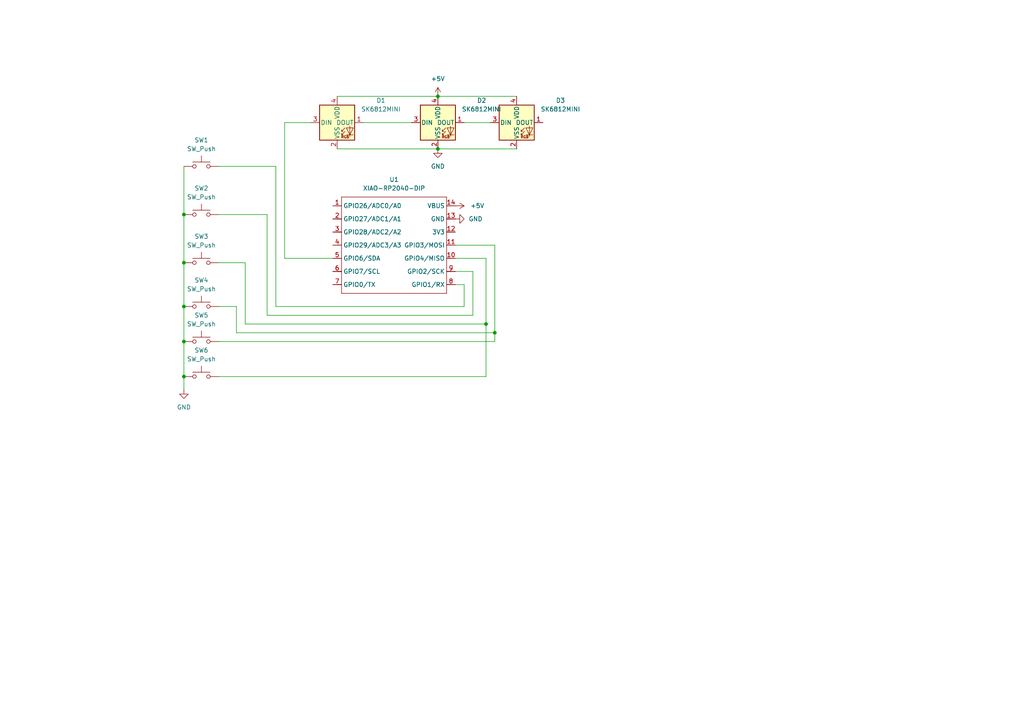
<source format=kicad_sch>
(kicad_sch (version 20250114) (generator "eeschema") (generator_version "9.0")
  (paper "A4")
  (lib_symbols
    (symbol "LED:SK6812MINI" (pin_names (offset 0.254))
      (property "Reference" "D" (at 5.08 5.715 0))
      (property "Value" "SK6812MINI" (at 1.27 -5.715 0))
      (symbol "SK6812MINI_0_0"
        (text "RGB" (at 2.286 -4.191 0) (effects (font (size 0.762 0.762))))
      )
      (symbol "SK6812MINI_0_1"
        (polyline (pts (xy 1.27 -2.54) (xy 1.778 -2.54)))
        (polyline (pts (xy 1.27 -3.556) (xy 1.778 -3.556)))
        (polyline (pts (xy 2.286 -1.524) (xy 1.27 -2.54) (xy 1.27 -2.032)))
        (polyline (pts (xy 2.286 -2.54) (xy 1.27 -3.556) (xy 1.27 -3.048)))
        (polyline (pts (xy 3.683 -1.016) (xy 3.683 -3.556) (xy 3.683 -4.064)))
        (polyline (pts (xy 4.699 -1.524) (xy 2.667 -1.524) (xy 3.683 -3.556) (xy 4.699 -1.524)))
        (polyline (pts (xy 4.699 -3.556) (xy 2.667 -3.556)))
        (rectangle (start 5.08 5.08) (end -5.08 -5.08) (stroke (width 0.254)) (fill (type background)))
      )
      (symbol "SK6812MINI_1_1"
        (pin input line (at -7.62 0 0) (length 2.54) (name "DIN") (number "3"))
        (pin power_in line (at 0 7.62 270) (length 2.54) (name "VDD") (number "4"))
        (pin power_in line (at 0 -7.62 90) (length 2.54) (name "VSS") (number "2"))
        (pin output line (at 7.62 0 180) (length 2.54) (name "DOUT") (number "1"))
      )
    )
    (symbol "Seeed_Studio_XIAO_Series:XIAO-RP2040-DIP"
      (property "Reference" "U" (at 0 0 0))
      (property "Value" "XIAO-RP2040-DIP" (at 5.334 -1.778 0))
      (symbol "XIAO-RP2040-DIP_1_0"
        (polyline (pts (xy -1.27 -2.54) (xy 29.21 -2.54)) (stroke (width 0.1524)))
        (polyline (pts (xy -1.27 -5.08) (xy -2.54 -5.08)) (stroke (width 0.1524)))
        (polyline (pts (xy -1.27 -5.08) (xy -1.27 -2.54)) (stroke (width 0.1524)))
        (polyline (pts (xy -1.27 -8.89) (xy -2.54 -8.89)) (stroke (width 0.1524)))
        (polyline (pts (xy -1.27 -8.89) (xy -1.27 -5.08)) (stroke (width 0.1524)))
        (polyline (pts (xy -1.27 -12.7) (xy -2.54 -12.7)) (stroke (width 0.1524)))
        (polyline (pts (xy -1.27 -12.7) (xy -1.27 -8.89)) (stroke (width 0.1524)))
        (polyline (pts (xy -1.27 -16.51) (xy -2.54 -16.51)) (stroke (width 0.1524)))
        (polyline (pts (xy -1.27 -16.51) (xy -1.27 -12.7)) (stroke (width 0.1524)))
        (polyline (pts (xy -1.27 -20.32) (xy -2.54 -20.32)) (stroke (width 0.1524)))
        (polyline (pts (xy -1.27 -24.13) (xy -2.54 -24.13)) (stroke (width 0.1524)))
        (polyline (pts (xy -1.27 -27.94) (xy -2.54 -27.94)) (stroke (width 0.1524)))
        (polyline (pts (xy -1.27 -30.48) (xy -1.27 -16.51)) (stroke (width 0.1524)))
        (polyline (pts (xy 29.21 -2.54) (xy 29.21 -5.08)) (stroke (width 0.1524)))
        (polyline (pts (xy 29.21 -5.08) (xy 29.21 -8.89)) (stroke (width 0.1524)))
        (polyline (pts (xy 29.21 -8.89) (xy 29.21 -12.7)) (stroke (width 0.1524)))
        (polyline (pts (xy 29.21 -12.7) (xy 29.21 -30.48)) (stroke (width 0.1524)))
        (polyline (pts (xy 29.21 -30.48) (xy -1.27 -30.48)) (stroke (width 0.1524)))
        (polyline (pts (xy 30.48 -5.08) (xy 29.21 -5.08)) (stroke (width 0.1524)))
        (polyline (pts (xy 30.48 -8.89) (xy 29.21 -8.89)) (stroke (width 0.1524)))
        (polyline (pts (xy 30.48 -12.7) (xy 29.21 -12.7)) (stroke (width 0.1524)))
        (polyline (pts (xy 30.48 -16.51) (xy 29.21 -16.51)) (stroke (width 0.1524)))
        (polyline (pts (xy 30.48 -20.32) (xy 29.21 -20.32)) (stroke (width 0.1524)))
        (polyline (pts (xy 30.48 -24.13) (xy 29.21 -24.13)) (stroke (width 0.1524)))
        (polyline (pts (xy 30.48 -27.94) (xy 29.21 -27.94)) (stroke (width 0.1524)))
        (pin passive line (at -3.81 -5.08 0) (length 2.54) (name "GPIO26/ADC0/A0") (number "1"))
        (pin passive line (at -3.81 -8.89 0) (length 2.54) (name "GPIO27/ADC1/A1") (number "2"))
        (pin passive line (at -3.81 -12.7 0) (length 2.54) (name "GPIO28/ADC2/A2") (number "3"))
        (pin passive line (at -3.81 -16.51 0) (length 2.54) (name "GPIO29/ADC3/A3") (number "4"))
        (pin passive line (at -3.81 -20.32 0) (length 2.54) (name "GPIO6/SDA") (number "5"))
        (pin passive line (at -3.81 -24.13 0) (length 2.54) (name "GPIO7/SCL") (number "6"))
        (pin passive line (at -3.81 -27.94 0) (length 2.54) (name "GPIO0/TX") (number "7"))
        (pin passive line (at 31.75 -5.08 180) (length 2.54) (name "VBUS") (number "14"))
        (pin passive line (at 31.75 -8.89 180) (length 2.54) (name "GND") (number "13"))
        (pin passive line (at 31.75 -12.7 180) (length 2.54) (name "3V3") (number "12"))
        (pin passive line (at 31.75 -16.51 180) (length 2.54) (name "GPIO3/MOSI") (number "11"))
        (pin passive line (at 31.75 -20.32 180) (length 2.54) (name "GPIO4/MISO") (number "10"))
        (pin passive line (at 31.75 -24.13 180) (length 2.54) (name "GPIO2/SCK") (number "9"))
        (pin passive line (at 31.75 -27.94 180) (length 2.54) (name "GPIO1/RX") (number "8"))
      )
    )
    (symbol "Switch:SW_Push" (pin_numbers (hide yes)) (pin_names (offset 1.016) (hide yes))
      (property "Reference" "SW" (at 1.27 2.54 0))
      (property "Value" "SW_Push" (at 0 -1.524 0))
      (symbol "SW_Push_0_1"
        (circle (center -2.032 0) (radius 0.508))
        (polyline (pts (xy 0 1.27) (xy 0 3.048)))
        (circle (center 2.032 0) (radius 0.508))
        (polyline (pts (xy 2.54 1.27) (xy -2.54 1.27)))
        (pin passive line (at -5.08 0 0) (length 2.54) (name "1") (number "1"))
        (pin passive line (at 5.08 0 180) (length 2.54) (name "2") (number "2"))
      )
    )
    (symbol "power:+5V" (power) (pin_numbers (hide yes)) (pin_names (offset 0) (hide yes))
      (property "Value" "+5V" (at 0 3.556 0))
      (symbol "+5V_0_1"
        (polyline (pts (xy -0.762 1.27) (xy 0 2.54)))
        (polyline (pts (xy 0 2.54) (xy 0.762 1.27)))
        (polyline (pts (xy 0 0) (xy 0 2.54)))
      )
      (symbol "+5V_1_1"
        (pin power_in line (at 0 0 90) (length 0) (name "~") (number "1"))
      )
    )
    (symbol "power:GND" (power) (pin_numbers (hide yes)) (pin_names (offset 0) (hide yes))
      (property "Value" "GND" (at 0 -3.81 0))
      (symbol "GND_0_1"
        (polyline (pts (xy 0 0) (xy 0 -1.27) (xy 1.27 -1.27) (xy 0 -2.54) (xy -1.27 -1.27) (xy 0 -1.27)))
      )
      (symbol "GND_1_1"
        (pin power_in line (at 0 0 270) (length 0) (name "~") (number "1"))
      )
    )
  )
  (junction (at 53.34 109.22))
  (junction (at 53.34 99.06))
  (junction (at 53.34 62.23))
  (junction (at 143.51 96.52))
  (junction (at 53.34 88.9))
  (junction (at 127 27.94))
  (junction (at 53.34 76.2))
  (junction (at 127 43.18))
  (junction (at 140.97 93.98))
  (wire (pts (xy 82.55 35.56) (xy 82.55 74.93)))
  (wire (pts (xy 143.51 71.12) (xy 132.08 71.12)))
  (wire (pts (xy 143.51 96.52) (xy 143.51 71.12)))
  (wire (pts (xy 77.47 91.44) (xy 137.16 91.44)))
  (wire (pts (xy 90.17 35.56) (xy 82.55 35.56)))
  (wire (pts (xy 53.34 109.22) (xy 53.34 113.03)))
  (wire (pts (xy 137.16 91.44) (xy 137.16 78.74)))
  (wire (pts (xy 143.51 99.06) (xy 143.51 96.52)))
  (wire (pts (xy 53.34 88.9) (xy 53.34 99.06)))
  (wire (pts (xy 53.34 62.23) (xy 53.34 76.2)))
  (wire (pts (xy 53.34 76.2) (xy 53.34 88.9)))
  (wire (pts (xy 71.12 93.98) (xy 140.97 93.98)))
  (wire (pts (xy 63.5 109.22) (xy 140.97 109.22)))
  (wire (pts (xy 132.08 82.55) (xy 134.62 82.55)))
  (wire (pts (xy 127 43.18) (xy 149.86 43.18)))
  (wire (pts (xy 63.5 48.26) (xy 80.01 48.26)))
  (wire (pts (xy 63.5 88.9) (xy 68.58 88.9)))
  (wire (pts (xy 77.47 62.23) (xy 77.47 91.44)))
  (wire (pts (xy 140.97 74.93) (xy 132.08 74.93)))
  (wire (pts (xy 97.79 27.94) (xy 127 27.94)))
  (wire (pts (xy 71.12 76.2) (xy 71.12 93.98)))
  (wire (pts (xy 68.58 96.52) (xy 143.51 96.52)))
  (wire (pts (xy 53.34 48.26) (xy 53.34 62.23)))
  (wire (pts (xy 105.41 35.56) (xy 119.38 35.56)))
  (wire (pts (xy 140.97 109.22) (xy 140.97 93.98)))
  (wire (pts (xy 80.01 88.9) (xy 134.62 88.9)))
  (wire (pts (xy 63.5 62.23) (xy 77.47 62.23)))
  (wire (pts (xy 53.34 99.06) (xy 53.34 109.22)))
  (wire (pts (xy 140.97 93.98) (xy 140.97 74.93)))
  (wire (pts (xy 127 27.94) (xy 149.86 27.94)))
  (wire (pts (xy 68.58 88.9) (xy 68.58 96.52)))
  (wire (pts (xy 134.62 35.56) (xy 142.24 35.56)))
  (wire (pts (xy 63.5 99.06) (xy 143.51 99.06)))
  (wire (pts (xy 137.16 78.74) (xy 132.08 78.74)))
  (wire (pts (xy 80.01 48.26) (xy 80.01 88.9)))
  (wire (pts (xy 63.5 76.2) (xy 71.12 76.2)))
  (wire (pts (xy 82.55 74.93) (xy 96.52 74.93)))
  (wire (pts (xy 97.79 43.18) (xy 127 43.18)))
  (wire (pts (xy 134.62 88.9) (xy 134.62 82.55)))
  (symbol (lib_id "Switch:SW_Push") (at 58.42 48.26 0) (unit 1)
    (property "Reference" "SW1" (at 58.42 40.64 0))
    (property "Value" "SW_Push" (at 58.42 43.18 0))
    (property "Footprint" "Button_Switch_Keyboard:SW_Cherry_MX_1.00u_PCB" (effects (hide yes)))
    (property "Description" "Push button switch, generic, two pins" (effects (hide yes)))
  )
  (symbol (lib_id "Switch:SW_Push") (at 58.42 99.06 0) (unit 1)
    (property "Reference" "SW5" (at 58.42 91.44 0))
    (property "Value" "SW_Push" (at 58.42 93.98 0))
    (property "Footprint" "Button_Switch_Keyboard:SW_Cherry_MX_1.00u_PCB" (effects (hide yes)))
    (property "Description" "Push button switch, generic, two pins" (effects (hide yes)))
  )
  (symbol (lib_id "LED:SK6812MINI") (at 97.79 35.56 0) (unit 1)
    (property "Reference" "D1" (at 110.49 29.1398 0))
    (property "Value" "SK6812MINI" (at 110.49 31.6798 0))
    (property "Footprint" "LED_SMD:LED_SK6812MINI_PLCC4_3.5x3.5mm_P1.75mm" (effects (hide yes)))
    (property "Datasheet" "https://cdn-shop.adafruit.com/product-files/2686/SK6812MINI_REV.01-1-2.pdf" (effects (hide yes)))
    (property "Description" "RGB LED with integrated controller" (effects (hide yes)))
  )
  (symbol (lib_id "Seeed_Studio_XIAO_Series:XIAO-RP2040-DIP") (at 100.33 54.61 0) (unit 1)
    (property "Reference" "U1" (at 114.3 52.07 0))
    (property "Value" "XIAO-RP2040-DIP" (at 114.3 54.61 0))
    (property "Footprint" "footprints:XIAO-RP2040-DIP" (effects (hide yes)))
  )
  (symbol (lib_id "Switch:SW_Push") (at 58.42 62.23 0) (unit 1)
    (property "Reference" "SW2" (at 58.42 54.61 0))
    (property "Value" "SW_Push" (at 58.42 57.15 0))
    (property "Footprint" "Button_Switch_Keyboard:SW_Cherry_MX_1.00u_PCB" (effects (hide yes)))
    (property "Description" "Push button switch, generic, two pins" (effects (hide yes)))
  )
  (symbol (lib_id "Switch:SW_Push") (at 58.42 109.22 0) (unit 1)
    (property "Reference" "SW6" (at 58.42 101.6 0))
    (property "Value" "SW_Push" (at 58.42 104.14 0))
    (property "Footprint" "Button_Switch_Keyboard:SW_Cherry_MX_1.00u_PCB" (effects (hide yes)))
    (property "Description" "Push button switch, generic, two pins" (effects (hide yes)))
  )
  (symbol (lib_id "power:GND") (at 127 43.18 0) (unit 1)
    (property "Reference" "#PWR04" (effects (hide yes)))
    (property "Value" "GND" (at 127 48.26 0))
    (property "Description" "Power symbol creates a global label with name \"GND\" , ground" (effects (hide yes)))
  )
  (symbol (lib_id "power:GND") (at 132.08 63.5 90) (unit 1)
    (property "Reference" "#PWR02" (effects (hide yes)))
    (property "Value" "GND" (at 135.89 63.4999 90) (effects (justify right)))
    (property "Description" "Power symbol creates a global label with name \"GND\" , ground" (effects (hide yes)))
  )
  (symbol (lib_id "power:+5V") (at 132.08 59.69 270) (unit 1)
    (property "Reference" "#PWR03" (effects (hide yes)))
    (property "Value" "+5V" (at 136.398 59.69 90) (effects (justify left)))
    (property "Description" "Power symbol creates a global label with name \"+5V\"" (effects (hide yes)))
  )
  (symbol (lib_id "LED:SK6812MINI") (at 127 35.56 0) (unit 1)
    (property "Reference" "D2" (at 139.7 29.1398 0))
    (property "Value" "SK6812MINI" (at 139.7 31.6798 0))
    (property "Footprint" "LED_SMD:LED_SK6812MINI_PLCC4_3.5x3.5mm_P1.75mm" (effects (hide yes)))
    (property "Datasheet" "https://cdn-shop.adafruit.com/product-files/2686/SK6812MINI_REV.01-1-2.pdf" (effects (hide yes)))
    (property "Description" "RGB LED with integrated controller" (effects (hide yes)))
  )
  (symbol (lib_id "Switch:SW_Push") (at 58.42 88.9 0) (unit 1)
    (property "Reference" "SW4" (at 58.42 81.28 0))
    (property "Value" "SW_Push" (at 58.42 83.82 0))
    (property "Footprint" "Button_Switch_Keyboard:SW_Cherry_MX_1.00u_PCB" (effects (hide yes)))
    (property "Description" "Push button switch, generic, two pins" (effects (hide yes)))
  )
  (symbol (lib_id "Switch:SW_Push") (at 58.42 76.2 0) (unit 1)
    (property "Reference" "SW3" (at 58.42 68.58 0))
    (property "Value" "SW_Push" (at 58.42 71.12 0))
    (property "Footprint" "Button_Switch_Keyboard:SW_Cherry_MX_1.00u_PCB" (effects (hide yes)))
    (property "Description" "Push button switch, generic, two pins" (effects (hide yes)))
  )
  (symbol (lib_id "power:+5V") (at 127 27.94 0) (unit 1)
    (property "Reference" "#PWR05" (effects (hide yes)))
    (property "Value" "+5V" (at 127 22.86 0))
    (property "Description" "Power symbol creates a global label with name \"+5V\"" (effects (hide yes)))
  )
  (symbol (lib_id "power:GND") (at 53.34 113.03 0) (unit 1)
    (property "Reference" "#PWR01" (effects (hide yes)))
    (property "Value" "GND" (at 53.34 118.11 0))
    (property "Description" "Power symbol creates a global label with name \"GND\" , ground" (effects (hide yes)))
  )
  (symbol (lib_id "LED:SK6812MINI") (at 149.86 35.56 0) (unit 1)
    (property "Reference" "D3" (at 162.56 29.1398 0))
    (property "Value" "SK6812MINI" (at 162.56 31.6798 0))
    (property "Footprint" "LED_SMD:LED_SK6812MINI_PLCC4_3.5x3.5mm_P1.75mm" (effects (hide yes)))
    (property "Datasheet" "https://cdn-shop.adafruit.com/product-files/2686/SK6812MINI_REV.01-1-2.pdf" (effects (hide yes)))
    (property "Description" "RGB LED with integrated controller" (effects (hide yes)))
  )
)
</source>
